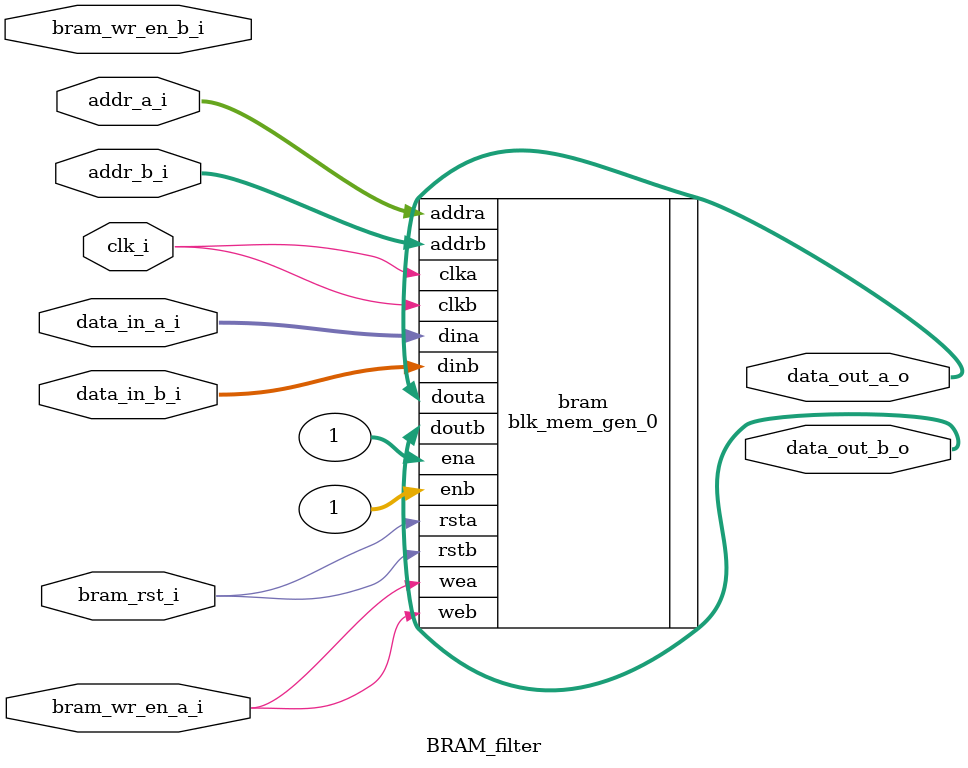
<source format=v>
`timescale 1ns / 1ps


module BRAM_filter
    #(
    parameter DATA_WIDTH = 16,
    parameter ADDR_WIDTH = 11 
    )
    (
    input clk_i,
    input bram_rst_i,
    input bram_wr_en_a_i,
    input bram_wr_en_b_i,
    input [ADDR_WIDTH - 1 : 0] addr_a_i,
    input [ADDR_WIDTH - 1 : 0] addr_b_i,
    input [DATA_WIDTH - 1 : 0] data_in_a_i,
    input [DATA_WIDTH - 1 : 0] data_in_b_i,
    output [DATA_WIDTH - 1 : 0] data_out_a_o,
    output [DATA_WIDTH - 1 : 0] data_out_b_o 
    );
    
blk_mem_gen_0 bram (
  .clka(clk_i),    // input wire clka
  .rsta(bram_rst_i),    // input wire rsta
  .ena(1),      // input wire ena
  .wea(bram_wr_en_a_i),      // input wire [0 : 0] wea
  .addra(addr_a_i),  // input wire [10 : 0] addra
  .dina(data_in_a_i),    // input wire [15 : 0] dina
  .douta(data_out_a_o),  // output wire [15 : 0] douta
  .clkb(clk_i),    // input wire clkb
  .rstb(bram_rst_i),    // input wire rstb
  .enb(1),      // input wire enb
  .web(bram_wr_en_a_i),      // input wire [0 : 0] web
  .addrb(addr_b_i),  // input wire [10 : 0] addrb
  .dinb(data_in_b_i),    // input wire [15 : 0] dinb
  .doutb(data_out_b_o)  // output wire [15 : 0] doutb
);

endmodule


</source>
